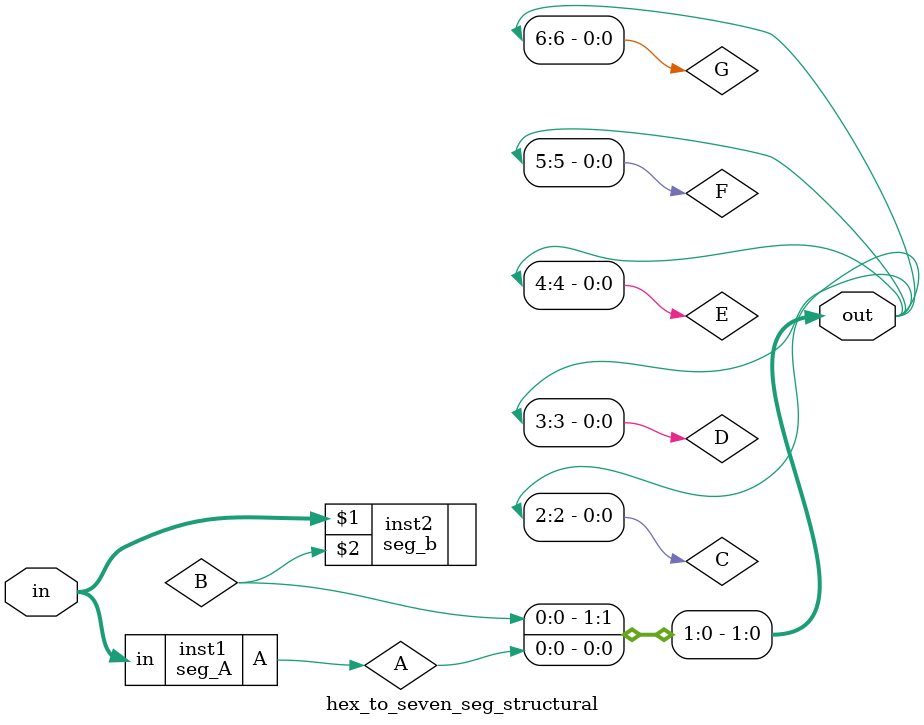
<source format=v>
module seg_A(in, A);
	input [3:0]in;
	output A;
	
	wire W, X, Y, Z;
	wire Wn, Xn, Yn, Zn;
	
	assign {W, X, Y, Z} = in;
	
	not not1 (Wn, W);
	not not2 (Xn, X);
	not not3 (Yn, Y);
	not not4 (Zn, Z);
	
	// A = X'Z' + WX'Y' + W'XZ + WZ' + XY + W'Y
	
	wire XnZn, WXnYn, WnXZ, WZn, XY, WnY;
	
	and and1 (XnZn, Xn, Zn);
	and and2 (WXnYn, W, Xn, Yn);
	and and3 (WnXZ, Wn, X, Z);
	and and4 (WZn, W, Zn);
	and and5 (XY, X, Y);
	and and6 (WnY, Wn, Y);
	
	or or1 (A, XnZn, WXnYn, WnXZ, WZn, XY, WnY);
endmodule

module seg_B(in, B);
	input [3:0]in;
	output B;
	
	wire W, X, Y, Z;
	wire Wn, Xn, Yn, Zn;
	
	assign {W, X, Y, Z} = in;
	
	not not1 (Wn, W);
	not not2 (Xn, X);
	not not3 (Yn, Y);
	not not4 (Zn, Z);
	
	// b = X'Z' + WY'Z + W'YZ + W'Y'Z' + W'X'
	
	wire XnZn, WYnZ, WnYZ, WnYnZn, WnXn;
	
	and and1 (XnZn, Xn, Zn);
	and and2 (WYnZ, W, Yn, Z);
	and and3 (WnYZ, Wn, Y, Z);
	and and4 (WnYnZn, Wn, Yn, Zn);
	and and5 (WnXn, Wn, Xn);
	
	or or1 (B, XnZn, WYnZ, WnYZ, WnYnZn, WnXn);
endmodule

module hex_to_seven_seg_structural(in, out);
	input [3:0]in;
	output [6:0]out;
	
	wire A, B, C, D, E, F, G;
	
	seg_A inst1 (in, A);
	seg_b inst2 (in, B);
	
	assign out = {G, F, E, D, C, B, A};
endmodule

</source>
